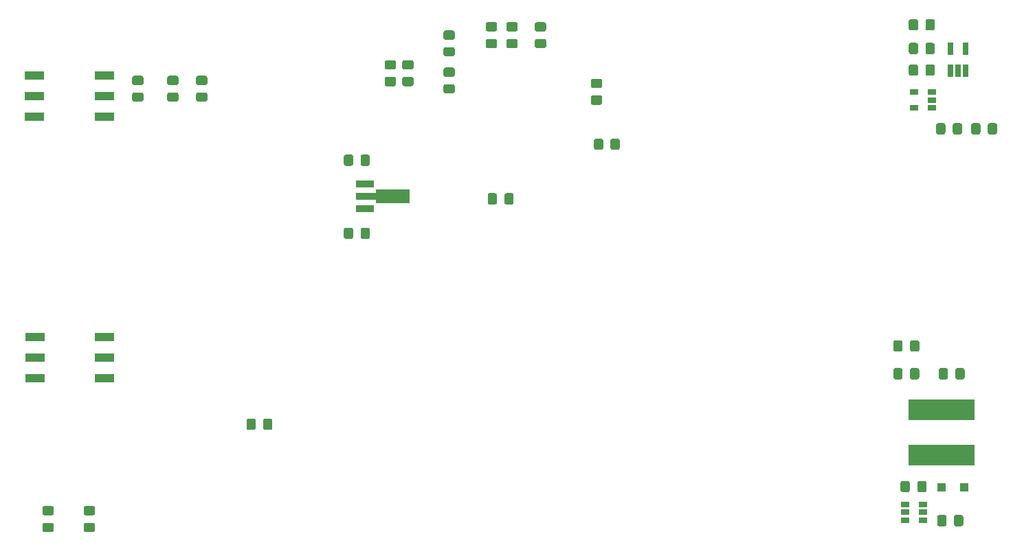
<source format=gbr>
G04 #@! TF.GenerationSoftware,KiCad,Pcbnew,5.1.6-c6e7f7d~87~ubuntu18.04.1*
G04 #@! TF.CreationDate,2020-08-09T22:57:09+01:00*
G04 #@! TF.ProjectId,ServerPSU_Breakout,53657276-6572-4505-9355-5f427265616b,B*
G04 #@! TF.SameCoordinates,Original*
G04 #@! TF.FileFunction,Paste,Top*
G04 #@! TF.FilePolarity,Positive*
%FSLAX46Y46*%
G04 Gerber Fmt 4.6, Leading zero omitted, Abs format (unit mm)*
G04 Created by KiCad (PCBNEW 5.1.6-c6e7f7d~87~ubuntu18.04.1) date 2020-08-09 22:57:09*
%MOMM*%
%LPD*%
G01*
G04 APERTURE LIST*
%ADD10R,2.440000X1.120000*%
%ADD11R,1.060000X0.650000*%
%ADD12R,8.200000X2.600000*%
%ADD13R,1.100000X1.100000*%
%ADD14C,0.100000*%
%ADD15R,2.300000X0.900000*%
%ADD16R,0.650000X1.560000*%
G04 APERTURE END LIST*
G36*
G01*
X104959999Y-123640000D02*
X105860001Y-123640000D01*
G75*
G02*
X106110000Y-123889999I0J-249999D01*
G01*
X106110000Y-124540001D01*
G75*
G02*
X105860001Y-124790000I-249999J0D01*
G01*
X104959999Y-124790000D01*
G75*
G02*
X104710000Y-124540001I0J249999D01*
G01*
X104710000Y-123889999D01*
G75*
G02*
X104959999Y-123640000I249999J0D01*
G01*
G37*
G36*
G01*
X104959999Y-121590000D02*
X105860001Y-121590000D01*
G75*
G02*
X106110000Y-121839999I0J-249999D01*
G01*
X106110000Y-122490001D01*
G75*
G02*
X105860001Y-122740000I-249999J0D01*
G01*
X104959999Y-122740000D01*
G75*
G02*
X104710000Y-122490001I0J249999D01*
G01*
X104710000Y-121839999D01*
G75*
G02*
X104959999Y-121590000I249999J0D01*
G01*
G37*
G36*
G01*
X110039999Y-123640000D02*
X110940001Y-123640000D01*
G75*
G02*
X111190000Y-123889999I0J-249999D01*
G01*
X111190000Y-124540001D01*
G75*
G02*
X110940001Y-124790000I-249999J0D01*
G01*
X110039999Y-124790000D01*
G75*
G02*
X109790000Y-124540001I0J249999D01*
G01*
X109790000Y-123889999D01*
G75*
G02*
X110039999Y-123640000I249999J0D01*
G01*
G37*
G36*
G01*
X110039999Y-121590000D02*
X110940001Y-121590000D01*
G75*
G02*
X111190000Y-121839999I0J-249999D01*
G01*
X111190000Y-122490001D01*
G75*
G02*
X110940001Y-122740000I-249999J0D01*
G01*
X110039999Y-122740000D01*
G75*
G02*
X109790000Y-122490001I0J249999D01*
G01*
X109790000Y-121839999D01*
G75*
G02*
X110039999Y-121590000I249999J0D01*
G01*
G37*
G36*
G01*
X116008999Y-70554000D02*
X116909001Y-70554000D01*
G75*
G02*
X117159000Y-70803999I0J-249999D01*
G01*
X117159000Y-71454001D01*
G75*
G02*
X116909001Y-71704000I-249999J0D01*
G01*
X116008999Y-71704000D01*
G75*
G02*
X115759000Y-71454001I0J249999D01*
G01*
X115759000Y-70803999D01*
G75*
G02*
X116008999Y-70554000I249999J0D01*
G01*
G37*
G36*
G01*
X116008999Y-68504000D02*
X116909001Y-68504000D01*
G75*
G02*
X117159000Y-68753999I0J-249999D01*
G01*
X117159000Y-69404001D01*
G75*
G02*
X116909001Y-69654000I-249999J0D01*
G01*
X116008999Y-69654000D01*
G75*
G02*
X115759000Y-69404001I0J249999D01*
G01*
X115759000Y-68753999D01*
G75*
G02*
X116008999Y-68504000I249999J0D01*
G01*
G37*
G36*
G01*
X120326999Y-70554000D02*
X121227001Y-70554000D01*
G75*
G02*
X121477000Y-70803999I0J-249999D01*
G01*
X121477000Y-71454001D01*
G75*
G02*
X121227001Y-71704000I-249999J0D01*
G01*
X120326999Y-71704000D01*
G75*
G02*
X120077000Y-71454001I0J249999D01*
G01*
X120077000Y-70803999D01*
G75*
G02*
X120326999Y-70554000I249999J0D01*
G01*
G37*
G36*
G01*
X120326999Y-68504000D02*
X121227001Y-68504000D01*
G75*
G02*
X121477000Y-68753999I0J-249999D01*
G01*
X121477000Y-69404001D01*
G75*
G02*
X121227001Y-69654000I-249999J0D01*
G01*
X120326999Y-69654000D01*
G75*
G02*
X120077000Y-69404001I0J249999D01*
G01*
X120077000Y-68753999D01*
G75*
G02*
X120326999Y-68504000I249999J0D01*
G01*
G37*
G36*
G01*
X123882999Y-70554000D02*
X124783001Y-70554000D01*
G75*
G02*
X125033000Y-70803999I0J-249999D01*
G01*
X125033000Y-71454001D01*
G75*
G02*
X124783001Y-71704000I-249999J0D01*
G01*
X123882999Y-71704000D01*
G75*
G02*
X123633000Y-71454001I0J249999D01*
G01*
X123633000Y-70803999D01*
G75*
G02*
X123882999Y-70554000I249999J0D01*
G01*
G37*
G36*
G01*
X123882999Y-68504000D02*
X124783001Y-68504000D01*
G75*
G02*
X125033000Y-68753999I0J-249999D01*
G01*
X125033000Y-69404001D01*
G75*
G02*
X124783001Y-69654000I-249999J0D01*
G01*
X123882999Y-69654000D01*
G75*
G02*
X123633000Y-69404001I0J249999D01*
G01*
X123633000Y-68753999D01*
G75*
G02*
X123882999Y-68504000I249999J0D01*
G01*
G37*
D10*
X112382000Y-100711000D03*
X103772000Y-105791000D03*
X112382000Y-103251000D03*
X103772000Y-103251000D03*
X112382000Y-105791000D03*
X103772000Y-100711000D03*
X112318500Y-68516500D03*
X103708500Y-73596500D03*
X112318500Y-71056500D03*
X103708500Y-71056500D03*
X112318500Y-73596500D03*
X103708500Y-68516500D03*
G36*
G01*
X131895000Y-111956001D02*
X131895000Y-111055999D01*
G75*
G02*
X132144999Y-110806000I249999J0D01*
G01*
X132795001Y-110806000D01*
G75*
G02*
X133045000Y-111055999I0J-249999D01*
G01*
X133045000Y-111956001D01*
G75*
G02*
X132795001Y-112206000I-249999J0D01*
G01*
X132144999Y-112206000D01*
G75*
G02*
X131895000Y-111956001I0J249999D01*
G01*
G37*
G36*
G01*
X129845000Y-111956001D02*
X129845000Y-111055999D01*
G75*
G02*
X130094999Y-110806000I249999J0D01*
G01*
X130745001Y-110806000D01*
G75*
G02*
X130995000Y-111055999I0J-249999D01*
G01*
X130995000Y-111956001D01*
G75*
G02*
X130745001Y-112206000I-249999J0D01*
G01*
X130094999Y-112206000D01*
G75*
G02*
X129845000Y-111956001I0J249999D01*
G01*
G37*
D11*
X213177300Y-122364500D03*
X213177300Y-121414500D03*
X213177300Y-123314500D03*
X210977300Y-123314500D03*
X210977300Y-122364500D03*
X210977300Y-121414500D03*
G36*
G01*
X210687500Y-101391299D02*
X210687500Y-102291301D01*
G75*
G02*
X210437501Y-102541300I-249999J0D01*
G01*
X209787499Y-102541300D01*
G75*
G02*
X209537500Y-102291301I0J249999D01*
G01*
X209537500Y-101391299D01*
G75*
G02*
X209787499Y-101141300I249999J0D01*
G01*
X210437501Y-101141300D01*
G75*
G02*
X210687500Y-101391299I0J-249999D01*
G01*
G37*
G36*
G01*
X212737500Y-101391299D02*
X212737500Y-102291301D01*
G75*
G02*
X212487501Y-102541300I-249999J0D01*
G01*
X211837499Y-102541300D01*
G75*
G02*
X211587500Y-102291301I0J249999D01*
G01*
X211587500Y-101391299D01*
G75*
G02*
X211837499Y-101141300I249999J0D01*
G01*
X212487501Y-101141300D01*
G75*
G02*
X212737500Y-101391299I0J-249999D01*
G01*
G37*
G36*
G01*
X211587500Y-105720301D02*
X211587500Y-104820299D01*
G75*
G02*
X211837499Y-104570300I249999J0D01*
G01*
X212487501Y-104570300D01*
G75*
G02*
X212737500Y-104820299I0J-249999D01*
G01*
X212737500Y-105720301D01*
G75*
G02*
X212487501Y-105970300I-249999J0D01*
G01*
X211837499Y-105970300D01*
G75*
G02*
X211587500Y-105720301I0J249999D01*
G01*
G37*
G36*
G01*
X209537500Y-105720301D02*
X209537500Y-104820299D01*
G75*
G02*
X209787499Y-104570300I249999J0D01*
G01*
X210437501Y-104570300D01*
G75*
G02*
X210687500Y-104820299I0J-249999D01*
G01*
X210687500Y-105720301D01*
G75*
G02*
X210437501Y-105970300I-249999J0D01*
G01*
X209787499Y-105970300D01*
G75*
G02*
X209537500Y-105720301I0J249999D01*
G01*
G37*
D12*
X215455500Y-109709300D03*
X215455500Y-115309300D03*
D13*
X218252500Y-119240300D03*
X215452500Y-119240300D03*
G36*
G01*
X216275500Y-104820299D02*
X216275500Y-105720301D01*
G75*
G02*
X216025501Y-105970300I-249999J0D01*
G01*
X215375499Y-105970300D01*
G75*
G02*
X215125500Y-105720301I0J249999D01*
G01*
X215125500Y-104820299D01*
G75*
G02*
X215375499Y-104570300I249999J0D01*
G01*
X216025501Y-104570300D01*
G75*
G02*
X216275500Y-104820299I0J-249999D01*
G01*
G37*
G36*
G01*
X218325500Y-104820299D02*
X218325500Y-105720301D01*
G75*
G02*
X218075501Y-105970300I-249999J0D01*
G01*
X217425499Y-105970300D01*
G75*
G02*
X217175500Y-105720301I0J249999D01*
G01*
X217175500Y-104820299D01*
G75*
G02*
X217425499Y-104570300I249999J0D01*
G01*
X218075501Y-104570300D01*
G75*
G02*
X218325500Y-104820299I0J-249999D01*
G01*
G37*
G36*
G01*
X211576500Y-118739499D02*
X211576500Y-119639501D01*
G75*
G02*
X211326501Y-119889500I-249999J0D01*
G01*
X210676499Y-119889500D01*
G75*
G02*
X210426500Y-119639501I0J249999D01*
G01*
X210426500Y-118739499D01*
G75*
G02*
X210676499Y-118489500I249999J0D01*
G01*
X211326501Y-118489500D01*
G75*
G02*
X211576500Y-118739499I0J-249999D01*
G01*
G37*
G36*
G01*
X213626500Y-118739499D02*
X213626500Y-119639501D01*
G75*
G02*
X213376501Y-119889500I-249999J0D01*
G01*
X212726499Y-119889500D01*
G75*
G02*
X212476500Y-119639501I0J249999D01*
G01*
X212476500Y-118739499D01*
G75*
G02*
X212726499Y-118489500I249999J0D01*
G01*
X213376501Y-118489500D01*
G75*
G02*
X213626500Y-118739499I0J-249999D01*
G01*
G37*
G36*
G01*
X216997700Y-123830501D02*
X216997700Y-122930499D01*
G75*
G02*
X217247699Y-122680500I249999J0D01*
G01*
X217897701Y-122680500D01*
G75*
G02*
X218147700Y-122930499I0J-249999D01*
G01*
X218147700Y-123830501D01*
G75*
G02*
X217897701Y-124080500I-249999J0D01*
G01*
X217247699Y-124080500D01*
G75*
G02*
X216997700Y-123830501I0J249999D01*
G01*
G37*
G36*
G01*
X214947700Y-123830501D02*
X214947700Y-122930499D01*
G75*
G02*
X215197699Y-122680500I249999J0D01*
G01*
X215847701Y-122680500D01*
G75*
G02*
X216097700Y-122930499I0J-249999D01*
G01*
X216097700Y-123830501D01*
G75*
G02*
X215847701Y-124080500I-249999J0D01*
G01*
X215197699Y-124080500D01*
G75*
G02*
X214947700Y-123830501I0J249999D01*
G01*
G37*
D14*
G36*
X149921500Y-84242000D02*
G01*
X145796500Y-84242000D01*
X145796500Y-83825500D01*
X143321500Y-83825500D01*
X143321500Y-82925500D01*
X145796500Y-82925500D01*
X145796500Y-82509000D01*
X149921500Y-82509000D01*
X149921500Y-84242000D01*
G37*
D15*
X144471500Y-84875500D03*
X144471500Y-81875500D03*
D11*
X212069500Y-72451000D03*
X212069500Y-70551000D03*
X214269500Y-70551000D03*
X214269500Y-71501000D03*
X214269500Y-72451000D03*
D16*
X216537500Y-65198000D03*
X218437500Y-65198000D03*
X218437500Y-67898000D03*
X217487500Y-67898000D03*
X216537500Y-67898000D03*
G36*
G01*
X213492500Y-62680001D02*
X213492500Y-61779999D01*
G75*
G02*
X213742499Y-61530000I249999J0D01*
G01*
X214392501Y-61530000D01*
G75*
G02*
X214642500Y-61779999I0J-249999D01*
G01*
X214642500Y-62680001D01*
G75*
G02*
X214392501Y-62930000I-249999J0D01*
G01*
X213742499Y-62930000D01*
G75*
G02*
X213492500Y-62680001I0J249999D01*
G01*
G37*
G36*
G01*
X211442500Y-62680001D02*
X211442500Y-61779999D01*
G75*
G02*
X211692499Y-61530000I249999J0D01*
G01*
X212342501Y-61530000D01*
G75*
G02*
X212592500Y-61779999I0J-249999D01*
G01*
X212592500Y-62680001D01*
G75*
G02*
X212342501Y-62930000I-249999J0D01*
G01*
X211692499Y-62930000D01*
G75*
G02*
X211442500Y-62680001I0J249999D01*
G01*
G37*
G36*
G01*
X221176000Y-75507001D02*
X221176000Y-74606999D01*
G75*
G02*
X221425999Y-74357000I249999J0D01*
G01*
X222076001Y-74357000D01*
G75*
G02*
X222326000Y-74606999I0J-249999D01*
G01*
X222326000Y-75507001D01*
G75*
G02*
X222076001Y-75757000I-249999J0D01*
G01*
X221425999Y-75757000D01*
G75*
G02*
X221176000Y-75507001I0J249999D01*
G01*
G37*
G36*
G01*
X219126000Y-75507001D02*
X219126000Y-74606999D01*
G75*
G02*
X219375999Y-74357000I249999J0D01*
G01*
X220026001Y-74357000D01*
G75*
G02*
X220276000Y-74606999I0J-249999D01*
G01*
X220276000Y-75507001D01*
G75*
G02*
X220026001Y-75757000I-249999J0D01*
G01*
X219375999Y-75757000D01*
G75*
G02*
X219126000Y-75507001I0J249999D01*
G01*
G37*
G36*
G01*
X216858000Y-75507001D02*
X216858000Y-74606999D01*
G75*
G02*
X217107999Y-74357000I249999J0D01*
G01*
X217758001Y-74357000D01*
G75*
G02*
X218008000Y-74606999I0J-249999D01*
G01*
X218008000Y-75507001D01*
G75*
G02*
X217758001Y-75757000I-249999J0D01*
G01*
X217107999Y-75757000D01*
G75*
G02*
X216858000Y-75507001I0J249999D01*
G01*
G37*
G36*
G01*
X214808000Y-75507001D02*
X214808000Y-74606999D01*
G75*
G02*
X215057999Y-74357000I249999J0D01*
G01*
X215708001Y-74357000D01*
G75*
G02*
X215958000Y-74606999I0J-249999D01*
G01*
X215958000Y-75507001D01*
G75*
G02*
X215708001Y-75757000I-249999J0D01*
G01*
X215057999Y-75757000D01*
G75*
G02*
X214808000Y-75507001I0J249999D01*
G01*
G37*
G36*
G01*
X212592500Y-67367999D02*
X212592500Y-68268001D01*
G75*
G02*
X212342501Y-68518000I-249999J0D01*
G01*
X211692499Y-68518000D01*
G75*
G02*
X211442500Y-68268001I0J249999D01*
G01*
X211442500Y-67367999D01*
G75*
G02*
X211692499Y-67118000I249999J0D01*
G01*
X212342501Y-67118000D01*
G75*
G02*
X212592500Y-67367999I0J-249999D01*
G01*
G37*
G36*
G01*
X214642500Y-67367999D02*
X214642500Y-68268001D01*
G75*
G02*
X214392501Y-68518000I-249999J0D01*
G01*
X213742499Y-68518000D01*
G75*
G02*
X213492500Y-68268001I0J249999D01*
G01*
X213492500Y-67367999D01*
G75*
G02*
X213742499Y-67118000I249999J0D01*
G01*
X214392501Y-67118000D01*
G75*
G02*
X214642500Y-67367999I0J-249999D01*
G01*
G37*
G36*
G01*
X143896500Y-79380501D02*
X143896500Y-78480499D01*
G75*
G02*
X144146499Y-78230500I249999J0D01*
G01*
X144796501Y-78230500D01*
G75*
G02*
X145046500Y-78480499I0J-249999D01*
G01*
X145046500Y-79380501D01*
G75*
G02*
X144796501Y-79630500I-249999J0D01*
G01*
X144146499Y-79630500D01*
G75*
G02*
X143896500Y-79380501I0J249999D01*
G01*
G37*
G36*
G01*
X141846500Y-79380501D02*
X141846500Y-78480499D01*
G75*
G02*
X142096499Y-78230500I249999J0D01*
G01*
X142746501Y-78230500D01*
G75*
G02*
X142996500Y-78480499I0J-249999D01*
G01*
X142996500Y-79380501D01*
G75*
G02*
X142746501Y-79630500I-249999J0D01*
G01*
X142096499Y-79630500D01*
G75*
G02*
X141846500Y-79380501I0J249999D01*
G01*
G37*
G36*
G01*
X142996500Y-87497499D02*
X142996500Y-88397501D01*
G75*
G02*
X142746501Y-88647500I-249999J0D01*
G01*
X142096499Y-88647500D01*
G75*
G02*
X141846500Y-88397501I0J249999D01*
G01*
X141846500Y-87497499D01*
G75*
G02*
X142096499Y-87247500I249999J0D01*
G01*
X142746501Y-87247500D01*
G75*
G02*
X142996500Y-87497499I0J-249999D01*
G01*
G37*
G36*
G01*
X145046500Y-87497499D02*
X145046500Y-88397501D01*
G75*
G02*
X144796501Y-88647500I-249999J0D01*
G01*
X144146499Y-88647500D01*
G75*
G02*
X143896500Y-88397501I0J249999D01*
G01*
X143896500Y-87497499D01*
G75*
G02*
X144146499Y-87247500I249999J0D01*
G01*
X144796501Y-87247500D01*
G75*
G02*
X145046500Y-87497499I0J-249999D01*
G01*
G37*
G36*
G01*
X213492500Y-65601001D02*
X213492500Y-64700999D01*
G75*
G02*
X213742499Y-64451000I249999J0D01*
G01*
X214392501Y-64451000D01*
G75*
G02*
X214642500Y-64700999I0J-249999D01*
G01*
X214642500Y-65601001D01*
G75*
G02*
X214392501Y-65851000I-249999J0D01*
G01*
X213742499Y-65851000D01*
G75*
G02*
X213492500Y-65601001I0J249999D01*
G01*
G37*
G36*
G01*
X211442500Y-65601001D02*
X211442500Y-64700999D01*
G75*
G02*
X211692499Y-64451000I249999J0D01*
G01*
X212342501Y-64451000D01*
G75*
G02*
X212592500Y-64700999I0J-249999D01*
G01*
X212592500Y-65601001D01*
G75*
G02*
X212342501Y-65851000I-249999J0D01*
G01*
X211692499Y-65851000D01*
G75*
G02*
X211442500Y-65601001I0J249999D01*
G01*
G37*
G36*
G01*
X173794000Y-76511999D02*
X173794000Y-77412001D01*
G75*
G02*
X173544001Y-77662000I-249999J0D01*
G01*
X172893999Y-77662000D01*
G75*
G02*
X172644000Y-77412001I0J249999D01*
G01*
X172644000Y-76511999D01*
G75*
G02*
X172893999Y-76262000I249999J0D01*
G01*
X173544001Y-76262000D01*
G75*
G02*
X173794000Y-76511999I0J-249999D01*
G01*
G37*
G36*
G01*
X175844000Y-76511999D02*
X175844000Y-77412001D01*
G75*
G02*
X175594001Y-77662000I-249999J0D01*
G01*
X174943999Y-77662000D01*
G75*
G02*
X174694000Y-77412001I0J249999D01*
G01*
X174694000Y-76511999D01*
G75*
G02*
X174943999Y-76262000I249999J0D01*
G01*
X175594001Y-76262000D01*
G75*
G02*
X175844000Y-76511999I0J-249999D01*
G01*
G37*
G36*
G01*
X155263001Y-68638000D02*
X154362999Y-68638000D01*
G75*
G02*
X154113000Y-68388001I0J249999D01*
G01*
X154113000Y-67737999D01*
G75*
G02*
X154362999Y-67488000I249999J0D01*
G01*
X155263001Y-67488000D01*
G75*
G02*
X155513000Y-67737999I0J-249999D01*
G01*
X155513000Y-68388001D01*
G75*
G02*
X155263001Y-68638000I-249999J0D01*
G01*
G37*
G36*
G01*
X155263001Y-70688000D02*
X154362999Y-70688000D01*
G75*
G02*
X154113000Y-70438001I0J249999D01*
G01*
X154113000Y-69787999D01*
G75*
G02*
X154362999Y-69538000I249999J0D01*
G01*
X155263001Y-69538000D01*
G75*
G02*
X155513000Y-69787999I0J-249999D01*
G01*
X155513000Y-70438001D01*
G75*
G02*
X155263001Y-70688000I-249999J0D01*
G01*
G37*
G36*
G01*
X147123999Y-68649000D02*
X148024001Y-68649000D01*
G75*
G02*
X148274000Y-68898999I0J-249999D01*
G01*
X148274000Y-69549001D01*
G75*
G02*
X148024001Y-69799000I-249999J0D01*
G01*
X147123999Y-69799000D01*
G75*
G02*
X146874000Y-69549001I0J249999D01*
G01*
X146874000Y-68898999D01*
G75*
G02*
X147123999Y-68649000I249999J0D01*
G01*
G37*
G36*
G01*
X147123999Y-66599000D02*
X148024001Y-66599000D01*
G75*
G02*
X148274000Y-66848999I0J-249999D01*
G01*
X148274000Y-67499001D01*
G75*
G02*
X148024001Y-67749000I-249999J0D01*
G01*
X147123999Y-67749000D01*
G75*
G02*
X146874000Y-67499001I0J249999D01*
G01*
X146874000Y-66848999D01*
G75*
G02*
X147123999Y-66599000I249999J0D01*
G01*
G37*
G36*
G01*
X149282999Y-68649000D02*
X150183001Y-68649000D01*
G75*
G02*
X150433000Y-68898999I0J-249999D01*
G01*
X150433000Y-69549001D01*
G75*
G02*
X150183001Y-69799000I-249999J0D01*
G01*
X149282999Y-69799000D01*
G75*
G02*
X149033000Y-69549001I0J249999D01*
G01*
X149033000Y-68898999D01*
G75*
G02*
X149282999Y-68649000I249999J0D01*
G01*
G37*
G36*
G01*
X149282999Y-66599000D02*
X150183001Y-66599000D01*
G75*
G02*
X150433000Y-66848999I0J-249999D01*
G01*
X150433000Y-67499001D01*
G75*
G02*
X150183001Y-67749000I-249999J0D01*
G01*
X149282999Y-67749000D01*
G75*
G02*
X149033000Y-67499001I0J249999D01*
G01*
X149033000Y-66848999D01*
G75*
G02*
X149282999Y-66599000I249999J0D01*
G01*
G37*
G36*
G01*
X163010001Y-63050000D02*
X162109999Y-63050000D01*
G75*
G02*
X161860000Y-62800001I0J249999D01*
G01*
X161860000Y-62149999D01*
G75*
G02*
X162109999Y-61900000I249999J0D01*
G01*
X163010001Y-61900000D01*
G75*
G02*
X163260000Y-62149999I0J-249999D01*
G01*
X163260000Y-62800001D01*
G75*
G02*
X163010001Y-63050000I-249999J0D01*
G01*
G37*
G36*
G01*
X163010001Y-65100000D02*
X162109999Y-65100000D01*
G75*
G02*
X161860000Y-64850001I0J249999D01*
G01*
X161860000Y-64199999D01*
G75*
G02*
X162109999Y-63950000I249999J0D01*
G01*
X163010001Y-63950000D01*
G75*
G02*
X163260000Y-64199999I0J-249999D01*
G01*
X163260000Y-64850001D01*
G75*
G02*
X163010001Y-65100000I-249999J0D01*
G01*
G37*
G36*
G01*
X159569999Y-63950000D02*
X160470001Y-63950000D01*
G75*
G02*
X160720000Y-64199999I0J-249999D01*
G01*
X160720000Y-64850001D01*
G75*
G02*
X160470001Y-65100000I-249999J0D01*
G01*
X159569999Y-65100000D01*
G75*
G02*
X159320000Y-64850001I0J249999D01*
G01*
X159320000Y-64199999D01*
G75*
G02*
X159569999Y-63950000I249999J0D01*
G01*
G37*
G36*
G01*
X159569999Y-61900000D02*
X160470001Y-61900000D01*
G75*
G02*
X160720000Y-62149999I0J-249999D01*
G01*
X160720000Y-62800001D01*
G75*
G02*
X160470001Y-63050000I-249999J0D01*
G01*
X159569999Y-63050000D01*
G75*
G02*
X159320000Y-62800001I0J249999D01*
G01*
X159320000Y-62149999D01*
G75*
G02*
X159569999Y-61900000I249999J0D01*
G01*
G37*
G36*
G01*
X160713000Y-83242999D02*
X160713000Y-84143001D01*
G75*
G02*
X160463001Y-84393000I-249999J0D01*
G01*
X159812999Y-84393000D01*
G75*
G02*
X159563000Y-84143001I0J249999D01*
G01*
X159563000Y-83242999D01*
G75*
G02*
X159812999Y-82993000I249999J0D01*
G01*
X160463001Y-82993000D01*
G75*
G02*
X160713000Y-83242999I0J-249999D01*
G01*
G37*
G36*
G01*
X162763000Y-83242999D02*
X162763000Y-84143001D01*
G75*
G02*
X162513001Y-84393000I-249999J0D01*
G01*
X161862999Y-84393000D01*
G75*
G02*
X161613000Y-84143001I0J249999D01*
G01*
X161613000Y-83242999D01*
G75*
G02*
X161862999Y-82993000I249999J0D01*
G01*
X162513001Y-82993000D01*
G75*
G02*
X162763000Y-83242999I0J-249999D01*
G01*
G37*
G36*
G01*
X172523999Y-70935000D02*
X173424001Y-70935000D01*
G75*
G02*
X173674000Y-71184999I0J-249999D01*
G01*
X173674000Y-71835001D01*
G75*
G02*
X173424001Y-72085000I-249999J0D01*
G01*
X172523999Y-72085000D01*
G75*
G02*
X172274000Y-71835001I0J249999D01*
G01*
X172274000Y-71184999D01*
G75*
G02*
X172523999Y-70935000I249999J0D01*
G01*
G37*
G36*
G01*
X172523999Y-68885000D02*
X173424001Y-68885000D01*
G75*
G02*
X173674000Y-69134999I0J-249999D01*
G01*
X173674000Y-69785001D01*
G75*
G02*
X173424001Y-70035000I-249999J0D01*
G01*
X172523999Y-70035000D01*
G75*
G02*
X172274000Y-69785001I0J249999D01*
G01*
X172274000Y-69134999D01*
G75*
G02*
X172523999Y-68885000I249999J0D01*
G01*
G37*
G36*
G01*
X165615199Y-63950000D02*
X166515201Y-63950000D01*
G75*
G02*
X166765200Y-64199999I0J-249999D01*
G01*
X166765200Y-64850001D01*
G75*
G02*
X166515201Y-65100000I-249999J0D01*
G01*
X165615199Y-65100000D01*
G75*
G02*
X165365200Y-64850001I0J249999D01*
G01*
X165365200Y-64199999D01*
G75*
G02*
X165615199Y-63950000I249999J0D01*
G01*
G37*
G36*
G01*
X165615199Y-61900000D02*
X166515201Y-61900000D01*
G75*
G02*
X166765200Y-62149999I0J-249999D01*
G01*
X166765200Y-62800001D01*
G75*
G02*
X166515201Y-63050000I-249999J0D01*
G01*
X165615199Y-63050000D01*
G75*
G02*
X165365200Y-62800001I0J249999D01*
G01*
X165365200Y-62149999D01*
G75*
G02*
X165615199Y-61900000I249999J0D01*
G01*
G37*
G36*
G01*
X154362999Y-64966000D02*
X155263001Y-64966000D01*
G75*
G02*
X155513000Y-65215999I0J-249999D01*
G01*
X155513000Y-65866001D01*
G75*
G02*
X155263001Y-66116000I-249999J0D01*
G01*
X154362999Y-66116000D01*
G75*
G02*
X154113000Y-65866001I0J249999D01*
G01*
X154113000Y-65215999D01*
G75*
G02*
X154362999Y-64966000I249999J0D01*
G01*
G37*
G36*
G01*
X154362999Y-62916000D02*
X155263001Y-62916000D01*
G75*
G02*
X155513000Y-63165999I0J-249999D01*
G01*
X155513000Y-63816001D01*
G75*
G02*
X155263001Y-64066000I-249999J0D01*
G01*
X154362999Y-64066000D01*
G75*
G02*
X154113000Y-63816001I0J249999D01*
G01*
X154113000Y-63165999D01*
G75*
G02*
X154362999Y-62916000I249999J0D01*
G01*
G37*
M02*

</source>
